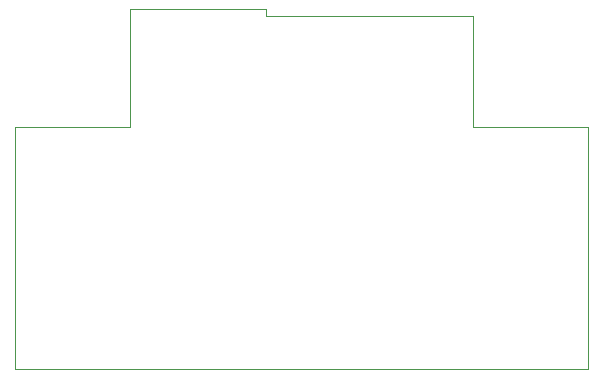
<source format=gbr>
%TF.GenerationSoftware,Altium Limited,Altium Designer,19.0.11 (319)*%
G04 Layer_Color=8388736*
%FSLAX26Y26*%
%MOIN*%
%TF.FileFunction,Other,Board_Outline*%
%TF.Part,Single*%
G01*
G75*
%TA.AperFunction,NonConductor*%
%ADD138C,0.003937*%
D138*
X0Y0D02*
X1909449D01*
Y807087D01*
X1525591D02*
X1909449D01*
X1525591D02*
Y1177165D01*
X836614D02*
X1525591D01*
X836614D02*
Y1200787D01*
X383858D02*
X836614D01*
X383858Y807087D02*
Y1200787D01*
X0Y807087D02*
X383858D01*
X0Y0D02*
Y807087D01*
%TF.MD5,cc31993a5192779d6869916eb0650c04*%
M02*

</source>
